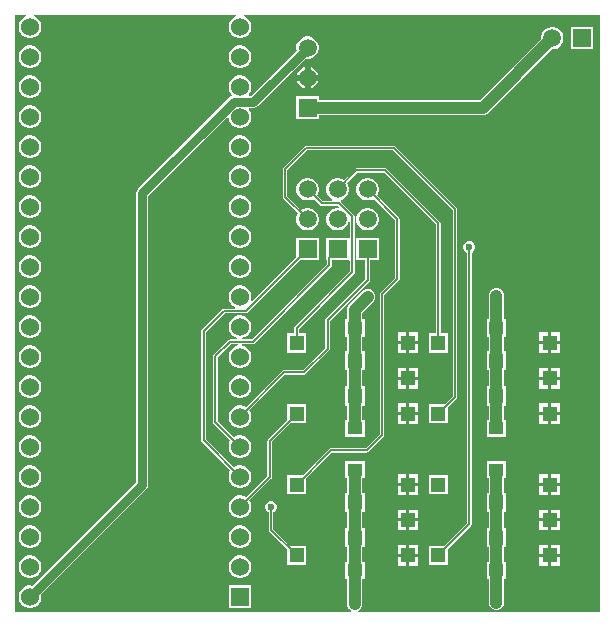
<source format=gtl>
G04*
G04 #@! TF.GenerationSoftware,Altium Limited,Altium Designer,21.5.1 (32)*
G04*
G04 Layer_Physical_Order=1*
G04 Layer_Color=255*
%FSLAX44Y44*%
%MOMM*%
G71*
G04*
G04 #@! TF.SameCoordinates,0903D884-DAF8-42DF-BE81-14F24C034F1F*
G04*
G04*
G04 #@! TF.FilePolarity,Positive*
G04*
G01*
G75*
%ADD13R,1.2500X1.0500*%
%ADD14R,1.2500X1.2500*%
%ADD22C,1.0160*%
%ADD23C,0.1270*%
%ADD24C,0.7620*%
%ADD25R,1.5000X1.5000*%
%ADD26C,1.5000*%
%ADD27C,1.5240*%
%ADD28R,1.5240X1.5240*%
%ADD29R,1.5000X1.5000*%
%ADD30C,0.6000*%
G36*
X497961Y2039D02*
X293107D01*
X292854Y3309D01*
X293202Y3453D01*
X294529Y4471D01*
X295547Y5798D01*
X296187Y7342D01*
X296405Y9000D01*
Y30250D01*
X298250D01*
Y44750D01*
X296405D01*
Y56750D01*
X298250D01*
Y73250D01*
X296405D01*
Y86750D01*
X298250D01*
Y103250D01*
X296405D01*
Y115250D01*
X298250D01*
Y129750D01*
X281750D01*
Y115250D01*
X283595D01*
Y103250D01*
X281750D01*
Y86750D01*
X283595D01*
Y73250D01*
X281750D01*
Y56750D01*
X283595D01*
Y44750D01*
X281750D01*
Y30250D01*
X283595D01*
Y9000D01*
X283813Y7342D01*
X284453Y5798D01*
X285471Y4471D01*
X286798Y3453D01*
X287146Y3309D01*
X286893Y2039D01*
X2039D01*
Y507961D01*
X11592D01*
X11759Y506691D01*
X11287Y506564D01*
X9093Y505298D01*
X7302Y503507D01*
X6036Y501313D01*
X5380Y498867D01*
Y496334D01*
X6036Y493887D01*
X7302Y491693D01*
X9093Y489902D01*
X11287Y488636D01*
X13734Y487980D01*
X16266D01*
X18713Y488636D01*
X20907Y489902D01*
X22698Y491693D01*
X23964Y493887D01*
X24620Y496334D01*
Y498867D01*
X23964Y501313D01*
X22698Y503507D01*
X20907Y505298D01*
X18713Y506564D01*
X18241Y506691D01*
X18408Y507961D01*
X189392D01*
X189559Y506691D01*
X189087Y506564D01*
X186893Y505298D01*
X185102Y503507D01*
X183836Y501313D01*
X183180Y498867D01*
Y496334D01*
X183836Y493887D01*
X185102Y491693D01*
X186893Y489902D01*
X189087Y488636D01*
X191534Y487980D01*
X194067D01*
X196513Y488636D01*
X198707Y489902D01*
X200498Y491693D01*
X201764Y493887D01*
X202420Y496334D01*
Y498867D01*
X201764Y501313D01*
X200498Y503507D01*
X198707Y505298D01*
X196513Y506564D01*
X196041Y506691D01*
X196208Y507961D01*
X497961D01*
X497961Y2039D01*
D02*
G37*
%LPC*%
G36*
X492100Y497500D02*
X473100D01*
Y478500D01*
X492100D01*
Y497500D01*
D02*
G37*
G36*
X251251Y489500D02*
X248749D01*
X246333Y488853D01*
X244167Y487602D01*
X242398Y485833D01*
X241147Y483667D01*
X240500Y481251D01*
Y478749D01*
X240695Y478020D01*
X201955Y439280D01*
X200544D01*
X200058Y440453D01*
X200498Y440893D01*
X201764Y443087D01*
X202420Y445533D01*
Y448066D01*
X201764Y450513D01*
X200498Y452707D01*
X198707Y454498D01*
X196513Y455764D01*
X194067Y456420D01*
X191534D01*
X189087Y455764D01*
X186893Y454498D01*
X185102Y452707D01*
X183836Y450513D01*
X183180Y448066D01*
Y445533D01*
X183836Y443087D01*
X185102Y440893D01*
X185919Y440076D01*
X185742Y439496D01*
X185411Y438788D01*
X183877Y437762D01*
X106337Y360223D01*
X105215Y358543D01*
X104820Y356561D01*
Y112145D01*
X17078Y24403D01*
X16266Y24620D01*
X13734D01*
X11287Y23964D01*
X9093Y22698D01*
X7302Y20907D01*
X6036Y18713D01*
X5380Y16266D01*
Y13734D01*
X6036Y11287D01*
X7302Y9093D01*
X9093Y7302D01*
X11287Y6036D01*
X13734Y5380D01*
X16266D01*
X18713Y6036D01*
X20907Y7302D01*
X22698Y9093D01*
X23964Y11287D01*
X24620Y13734D01*
Y16266D01*
X24403Y17078D01*
X113663Y106337D01*
X114785Y108018D01*
X115180Y110000D01*
Y354415D01*
X182007Y421242D01*
X183180Y420756D01*
Y420134D01*
X183836Y417687D01*
X185102Y415493D01*
X186893Y413702D01*
X189087Y412436D01*
X191534Y411780D01*
X194067D01*
X196513Y412436D01*
X198707Y413702D01*
X200498Y415493D01*
X201764Y417687D01*
X202420Y420134D01*
Y422667D01*
X201764Y425113D01*
X200498Y427307D01*
X200058Y427747D01*
X200544Y428921D01*
X204100D01*
X206082Y429315D01*
X207763Y430438D01*
X248020Y470695D01*
X248749Y470500D01*
X251251D01*
X253667Y471147D01*
X255833Y472398D01*
X257602Y474167D01*
X258853Y476333D01*
X259500Y478749D01*
Y481251D01*
X258853Y483667D01*
X257602Y485833D01*
X255833Y487602D01*
X253667Y488853D01*
X251251Y489500D01*
D02*
G37*
G36*
X194067Y481820D02*
X191534D01*
X189087Y481164D01*
X186893Y479898D01*
X185102Y478107D01*
X183836Y475913D01*
X183180Y473466D01*
Y470933D01*
X183836Y468487D01*
X185102Y466293D01*
X186893Y464502D01*
X189087Y463236D01*
X191534Y462580D01*
X194067D01*
X196513Y463236D01*
X198707Y464502D01*
X200498Y466293D01*
X201764Y468487D01*
X202420Y470933D01*
Y473466D01*
X201764Y475913D01*
X200498Y478107D01*
X198707Y479898D01*
X196513Y481164D01*
X194067Y481820D01*
D02*
G37*
G36*
X16266D02*
X13734D01*
X11287Y481164D01*
X9093Y479898D01*
X7302Y478107D01*
X6036Y475913D01*
X5380Y473466D01*
Y470933D01*
X6036Y468487D01*
X7302Y466293D01*
X9093Y464502D01*
X11287Y463236D01*
X13734Y462580D01*
X16266D01*
X18713Y463236D01*
X20907Y464502D01*
X22698Y466293D01*
X23964Y468487D01*
X24620Y470933D01*
Y473466D01*
X23964Y475913D01*
X22698Y478107D01*
X20907Y479898D01*
X18713Y481164D01*
X16266Y481820D01*
D02*
G37*
G36*
X252540Y463755D02*
Y457140D01*
X259154D01*
X258853Y458267D01*
X257602Y460433D01*
X255833Y462202D01*
X253667Y463453D01*
X252540Y463755D01*
D02*
G37*
G36*
X247460D02*
X246333Y463453D01*
X244167Y462202D01*
X242398Y460433D01*
X241147Y458267D01*
X240846Y457140D01*
X247460D01*
Y463755D01*
D02*
G37*
G36*
X259154Y452060D02*
X252540D01*
Y445446D01*
X253667Y445747D01*
X255833Y446998D01*
X257602Y448767D01*
X258853Y450933D01*
X259154Y452060D01*
D02*
G37*
G36*
X247460D02*
X240846D01*
X241147Y450933D01*
X242398Y448767D01*
X244167Y446998D01*
X246333Y445747D01*
X247460Y445446D01*
Y452060D01*
D02*
G37*
G36*
X16266Y456420D02*
X13734D01*
X11287Y455764D01*
X9093Y454498D01*
X7302Y452707D01*
X6036Y450513D01*
X5380Y448066D01*
Y445533D01*
X6036Y443087D01*
X7302Y440893D01*
X9093Y439102D01*
X11287Y437836D01*
X13734Y437180D01*
X16266D01*
X18713Y437836D01*
X20907Y439102D01*
X22698Y440893D01*
X23964Y443087D01*
X24620Y445533D01*
Y448066D01*
X23964Y450513D01*
X22698Y452707D01*
X20907Y454498D01*
X18713Y455764D01*
X16266Y456420D01*
D02*
G37*
G36*
X458451Y497500D02*
X455949D01*
X453533Y496853D01*
X451367Y495602D01*
X449598Y493833D01*
X448347Y491667D01*
X447700Y489251D01*
Y487558D01*
X395747Y435605D01*
X259500D01*
Y438700D01*
X240500D01*
Y419700D01*
X259500D01*
Y422795D01*
X398400D01*
X400058Y423013D01*
X401602Y423653D01*
X402929Y424671D01*
X456758Y478500D01*
X458451D01*
X460867Y479147D01*
X463033Y480398D01*
X464802Y482167D01*
X466053Y484333D01*
X466700Y486749D01*
Y489251D01*
X466053Y491667D01*
X464802Y493833D01*
X463033Y495602D01*
X460867Y496853D01*
X458451Y497500D01*
D02*
G37*
G36*
X16266Y431020D02*
X13734D01*
X11287Y430364D01*
X9093Y429098D01*
X7302Y427307D01*
X6036Y425113D01*
X5380Y422667D01*
Y420134D01*
X6036Y417687D01*
X7302Y415493D01*
X9093Y413702D01*
X11287Y412436D01*
X13734Y411780D01*
X16266D01*
X18713Y412436D01*
X20907Y413702D01*
X22698Y415493D01*
X23964Y417687D01*
X24620Y420134D01*
Y422667D01*
X23964Y425113D01*
X22698Y427307D01*
X20907Y429098D01*
X18713Y430364D01*
X16266Y431020D01*
D02*
G37*
G36*
X194067Y405620D02*
X191534D01*
X189087Y404964D01*
X186893Y403698D01*
X185102Y401907D01*
X183836Y399713D01*
X183180Y397267D01*
Y394734D01*
X183836Y392287D01*
X185102Y390093D01*
X186893Y388302D01*
X189087Y387036D01*
X191534Y386380D01*
X194067D01*
X196513Y387036D01*
X198707Y388302D01*
X200498Y390093D01*
X201764Y392287D01*
X202420Y394734D01*
Y397267D01*
X201764Y399713D01*
X200498Y401907D01*
X198707Y403698D01*
X196513Y404964D01*
X194067Y405620D01*
D02*
G37*
G36*
X16266Y405620D02*
X13734D01*
X11287Y404964D01*
X9093Y403698D01*
X7302Y401907D01*
X6036Y399713D01*
X5380Y397267D01*
Y394734D01*
X6036Y392287D01*
X7302Y390093D01*
X9093Y388302D01*
X11287Y387036D01*
X13734Y386380D01*
X16266D01*
X18713Y387036D01*
X20907Y388302D01*
X22698Y390093D01*
X23964Y392287D01*
X24620Y394734D01*
Y397267D01*
X23964Y399713D01*
X22698Y401907D01*
X20907Y403698D01*
X18713Y404964D01*
X16266Y405620D01*
D02*
G37*
G36*
Y380220D02*
X13734D01*
X11287Y379564D01*
X9093Y378298D01*
X7302Y376507D01*
X6036Y374313D01*
X5380Y371866D01*
Y369333D01*
X6036Y366887D01*
X7302Y364693D01*
X9093Y362902D01*
X11287Y361636D01*
X13734Y360980D01*
X16266D01*
X18713Y361636D01*
X20907Y362902D01*
X22698Y364693D01*
X23964Y366887D01*
X24620Y369333D01*
Y371866D01*
X23964Y374313D01*
X22698Y376507D01*
X20907Y378298D01*
X18713Y379564D01*
X16266Y380220D01*
D02*
G37*
G36*
X194067Y380220D02*
X191534D01*
X189087Y379564D01*
X186893Y378298D01*
X185102Y376507D01*
X183836Y374313D01*
X183180Y371866D01*
Y369333D01*
X183836Y366887D01*
X185102Y364693D01*
X186893Y362902D01*
X189087Y361636D01*
X191534Y360980D01*
X194067D01*
X196513Y361636D01*
X198707Y362902D01*
X200498Y364693D01*
X201764Y366887D01*
X202420Y369333D01*
Y371866D01*
X201764Y374313D01*
X200498Y376507D01*
X198707Y378298D01*
X196513Y379564D01*
X194067Y380220D01*
D02*
G37*
G36*
Y354820D02*
X191534D01*
X189087Y354164D01*
X186893Y352898D01*
X185102Y351107D01*
X183836Y348913D01*
X183180Y346466D01*
Y343933D01*
X183836Y341487D01*
X185102Y339293D01*
X186893Y337502D01*
X189087Y336236D01*
X191534Y335580D01*
X194067D01*
X196513Y336236D01*
X198707Y337502D01*
X200498Y339293D01*
X201764Y341487D01*
X202420Y343933D01*
Y346466D01*
X201764Y348913D01*
X200498Y351107D01*
X198707Y352898D01*
X196513Y354164D01*
X194067Y354820D01*
D02*
G37*
G36*
X16266D02*
X13734D01*
X11287Y354164D01*
X9093Y352898D01*
X7302Y351107D01*
X6036Y348913D01*
X5380Y346466D01*
Y343933D01*
X6036Y341487D01*
X7302Y339293D01*
X9093Y337502D01*
X11287Y336236D01*
X13734Y335580D01*
X16266D01*
X18713Y336236D01*
X20907Y337502D01*
X22698Y339293D01*
X23964Y341487D01*
X24620Y343933D01*
Y346466D01*
X23964Y348913D01*
X22698Y351107D01*
X20907Y352898D01*
X18713Y354164D01*
X16266Y354820D01*
D02*
G37*
G36*
X302051Y344100D02*
X299549D01*
X297133Y343453D01*
X294967Y342202D01*
X293198Y340433D01*
X291947Y338267D01*
X291300Y335851D01*
Y333349D01*
X291947Y330933D01*
X293198Y328767D01*
X294967Y326998D01*
X297133Y325747D01*
X299549Y325100D01*
X302051D01*
X304467Y325747D01*
X306633Y326998D01*
X308402Y328767D01*
X309653Y330933D01*
X310300Y333349D01*
Y335851D01*
X309653Y338267D01*
X308402Y340433D01*
X306633Y342202D01*
X304467Y343453D01*
X302051Y344100D01*
D02*
G37*
G36*
X194067Y329420D02*
X191534D01*
X189087Y328764D01*
X186893Y327498D01*
X185102Y325707D01*
X183836Y323513D01*
X183180Y321067D01*
Y318533D01*
X183836Y316087D01*
X185102Y313893D01*
X186893Y312102D01*
X189087Y310836D01*
X191534Y310180D01*
X194067D01*
X196513Y310836D01*
X198707Y312102D01*
X200498Y313893D01*
X201764Y316087D01*
X202420Y318533D01*
Y321067D01*
X201764Y323513D01*
X200498Y325707D01*
X198707Y327498D01*
X196513Y328764D01*
X194067Y329420D01*
D02*
G37*
G36*
X16266Y329420D02*
X13734D01*
X11287Y328764D01*
X9093Y327498D01*
X7302Y325707D01*
X6036Y323513D01*
X5380Y321067D01*
Y318533D01*
X6036Y316087D01*
X7302Y313893D01*
X9093Y312102D01*
X11287Y310836D01*
X13734Y310180D01*
X16266D01*
X18713Y310836D01*
X20907Y312102D01*
X22698Y313893D01*
X23964Y316087D01*
X24620Y318533D01*
Y321067D01*
X23964Y323513D01*
X22698Y325707D01*
X20907Y327498D01*
X18713Y328764D01*
X16266Y329420D01*
D02*
G37*
G36*
X194067Y304020D02*
X191534D01*
X189087Y303364D01*
X186893Y302098D01*
X185102Y300307D01*
X183836Y298113D01*
X183180Y295667D01*
Y293134D01*
X183836Y290687D01*
X185102Y288493D01*
X186893Y286702D01*
X189087Y285436D01*
X191534Y284780D01*
X194067D01*
X196513Y285436D01*
X198707Y286702D01*
X200498Y288493D01*
X201764Y290687D01*
X202420Y293134D01*
Y295667D01*
X201764Y298113D01*
X200498Y300307D01*
X198707Y302098D01*
X196513Y303364D01*
X194067Y304020D01*
D02*
G37*
G36*
X16266D02*
X13734D01*
X11287Y303364D01*
X9093Y302098D01*
X7302Y300307D01*
X6036Y298113D01*
X5380Y295667D01*
Y293134D01*
X6036Y290687D01*
X7302Y288493D01*
X9093Y286702D01*
X11287Y285436D01*
X13734Y284780D01*
X16266D01*
X18713Y285436D01*
X20907Y286702D01*
X22698Y288493D01*
X23964Y290687D01*
X24620Y293134D01*
Y295667D01*
X23964Y298113D01*
X22698Y300307D01*
X20907Y302098D01*
X18713Y303364D01*
X16266Y304020D01*
D02*
G37*
G36*
X259500Y318700D02*
X240500D01*
Y302447D01*
X202925Y264872D01*
X201845Y265588D01*
X202420Y267733D01*
Y270266D01*
X201764Y272713D01*
X200498Y274907D01*
X198707Y276698D01*
X196513Y277964D01*
X194067Y278620D01*
X191534D01*
X189087Y277964D01*
X186893Y276698D01*
X185102Y274907D01*
X183836Y272713D01*
X183180Y270266D01*
Y267733D01*
X183836Y265287D01*
X185102Y263093D01*
X186893Y261302D01*
X188781Y260212D01*
X188440Y258942D01*
X179000D01*
X178257Y258794D01*
X177627Y258373D01*
X177626Y258373D01*
X160627Y241373D01*
X160205Y240743D01*
X160058Y240000D01*
Y147400D01*
X160205Y146657D01*
X160627Y146027D01*
X184752Y121901D01*
X183836Y120313D01*
X183180Y117866D01*
Y115333D01*
X183836Y112887D01*
X185102Y110693D01*
X186893Y108902D01*
X189087Y107636D01*
X191534Y106980D01*
X194067D01*
X196513Y107636D01*
X198707Y108902D01*
X200498Y110693D01*
X201764Y112887D01*
X202420Y115333D01*
Y117866D01*
X201764Y120313D01*
X200498Y122507D01*
X198707Y124298D01*
X196513Y125564D01*
X194067Y126220D01*
X191534D01*
X189087Y125564D01*
X187499Y124648D01*
X163942Y148204D01*
Y239195D01*
X179804Y255058D01*
X197800D01*
X198543Y255205D01*
X199173Y255627D01*
X243247Y299700D01*
X259500D01*
Y318700D01*
D02*
G37*
G36*
X16266Y278620D02*
X13734D01*
X11287Y277964D01*
X9093Y276698D01*
X7302Y274907D01*
X6036Y272713D01*
X5380Y270266D01*
Y267733D01*
X6036Y265287D01*
X7302Y263093D01*
X9093Y261302D01*
X11287Y260036D01*
X13734Y259380D01*
X16266D01*
X18713Y260036D01*
X20907Y261302D01*
X22698Y263093D01*
X23964Y265287D01*
X24620Y267733D01*
Y270266D01*
X23964Y272713D01*
X22698Y274907D01*
X20907Y276698D01*
X18713Y277964D01*
X16266Y278620D01*
D02*
G37*
G36*
X16266Y253220D02*
X13734D01*
X11287Y252564D01*
X9093Y251298D01*
X7302Y249507D01*
X6036Y247313D01*
X5380Y244867D01*
Y242334D01*
X6036Y239887D01*
X7302Y237693D01*
X9093Y235902D01*
X11287Y234636D01*
X13734Y233980D01*
X16266D01*
X18713Y234636D01*
X20907Y235902D01*
X22698Y237693D01*
X23964Y239887D01*
X24620Y242334D01*
Y244867D01*
X23964Y247313D01*
X22698Y249507D01*
X20907Y251298D01*
X18713Y252564D01*
X16266Y253220D01*
D02*
G37*
G36*
X463790Y238790D02*
X456270D01*
Y231270D01*
X463790D01*
Y238790D01*
D02*
G37*
G36*
X453730D02*
X446210D01*
Y231270D01*
X453730D01*
Y238790D01*
D02*
G37*
G36*
X343790D02*
X336270D01*
Y231270D01*
X343790D01*
Y238790D01*
D02*
G37*
G36*
X333730D02*
X326210D01*
Y231270D01*
X333730D01*
Y238790D01*
D02*
G37*
G36*
X316000Y377942D02*
X291400D01*
X290657Y377794D01*
X290027Y377373D01*
X280613Y367960D01*
X279067Y368853D01*
X276651Y369500D01*
X274149D01*
X271733Y368853D01*
X269567Y367602D01*
X267798Y365833D01*
X266547Y363667D01*
X265900Y361251D01*
Y358749D01*
X266547Y356333D01*
X267798Y354167D01*
X269567Y352398D01*
X270612Y351795D01*
X271049Y350104D01*
X270953Y349942D01*
X262805D01*
X257960Y354787D01*
X258853Y356333D01*
X259500Y358749D01*
Y361251D01*
X258853Y363667D01*
X257602Y365833D01*
X255833Y367602D01*
X253667Y368853D01*
X251251Y369500D01*
X248749D01*
X246333Y368853D01*
X244167Y367602D01*
X242398Y365833D01*
X241147Y363667D01*
X240500Y361251D01*
Y358749D01*
X241147Y356333D01*
X242398Y354167D01*
X244167Y352398D01*
X246333Y351147D01*
X248749Y350500D01*
X251251D01*
X253667Y351147D01*
X255213Y352040D01*
X260627Y346627D01*
X260627Y346627D01*
X261257Y346205D01*
X262000Y346058D01*
X276196D01*
X277048Y345206D01*
X276357Y344100D01*
X274149D01*
X271733Y343453D01*
X269567Y342202D01*
X267798Y340433D01*
X266547Y338267D01*
X265900Y335851D01*
Y333349D01*
X266547Y330933D01*
X267798Y328767D01*
X269567Y326998D01*
X271733Y325747D01*
X274149Y325100D01*
X276651D01*
X279067Y325747D01*
X281233Y326998D01*
X283002Y328767D01*
X284253Y330933D01*
X284788Y332930D01*
X286058Y332763D01*
Y318971D01*
X284900Y318700D01*
X284788Y318700D01*
X265900D01*
Y299700D01*
X266593D01*
Y296339D01*
X203195Y232942D01*
X195101D01*
X194933Y234212D01*
X196513Y234636D01*
X198707Y235902D01*
X200498Y237693D01*
X201764Y239887D01*
X202420Y242334D01*
Y244867D01*
X201764Y247313D01*
X200498Y249507D01*
X198707Y251298D01*
X196513Y252564D01*
X194067Y253220D01*
X191534D01*
X189087Y252564D01*
X186893Y251298D01*
X185102Y249507D01*
X183836Y247313D01*
X183180Y244867D01*
Y242334D01*
X183836Y239887D01*
X185102Y237693D01*
X186893Y235902D01*
X189087Y234636D01*
X190667Y234212D01*
X190499Y232942D01*
X184000D01*
X183257Y232794D01*
X182627Y232373D01*
X170627Y220373D01*
X170206Y219743D01*
X170058Y219000D01*
Y162800D01*
X170206Y162057D01*
X170627Y161427D01*
X184752Y147301D01*
X183836Y145713D01*
X183180Y143266D01*
Y140733D01*
X183836Y138287D01*
X185102Y136093D01*
X186893Y134302D01*
X189087Y133036D01*
X191534Y132380D01*
X194067D01*
X196513Y133036D01*
X198707Y134302D01*
X200498Y136093D01*
X201764Y138287D01*
X202420Y140733D01*
Y143266D01*
X201764Y145713D01*
X200498Y147907D01*
X198707Y149698D01*
X196513Y150964D01*
X194067Y151620D01*
X191534D01*
X189087Y150964D01*
X187499Y150048D01*
X173942Y163605D01*
Y218195D01*
X184804Y229058D01*
X191455D01*
X191534Y227820D01*
X189087Y227164D01*
X186893Y225898D01*
X185102Y224107D01*
X183836Y221913D01*
X183180Y219466D01*
Y216933D01*
X183836Y214487D01*
X185102Y212293D01*
X186893Y210502D01*
X189087Y209236D01*
X191534Y208580D01*
X194067D01*
X196513Y209236D01*
X198707Y210502D01*
X200498Y212293D01*
X201764Y214487D01*
X202420Y216933D01*
Y219466D01*
X201764Y221913D01*
X200498Y224107D01*
X198707Y225898D01*
X196513Y227164D01*
X194067Y227820D01*
X194144Y229058D01*
X204000D01*
X204743Y229205D01*
X205373Y229627D01*
X269908Y294162D01*
X270329Y294792D01*
X270477Y295535D01*
Y299700D01*
X284788D01*
X284900Y299700D01*
X286058Y299429D01*
Y290805D01*
X239377Y244123D01*
X238955Y243493D01*
X238808Y242750D01*
Y238250D01*
X232500D01*
Y221750D01*
X249000D01*
Y238250D01*
X242692D01*
Y241945D01*
X289373Y288626D01*
X289373Y288627D01*
X289795Y289257D01*
X289942Y290000D01*
Y337000D01*
X289795Y337743D01*
X289373Y338373D01*
X278373Y349373D01*
X278081Y349569D01*
X278164Y350861D01*
X278184Y350911D01*
X279067Y351147D01*
X281233Y352398D01*
X283002Y354167D01*
X284253Y356333D01*
X284900Y358749D01*
Y361251D01*
X284253Y363667D01*
X283360Y365213D01*
X292205Y374058D01*
X315195D01*
X358808Y330446D01*
Y238250D01*
X352500D01*
Y221750D01*
X369000D01*
Y238250D01*
X362692D01*
Y331250D01*
X362544Y331993D01*
X362123Y332623D01*
X317373Y377373D01*
X316743Y377794D01*
X316000Y377942D01*
D02*
G37*
G36*
X463790Y228730D02*
X456270D01*
Y221210D01*
X463790D01*
Y228730D01*
D02*
G37*
G36*
X453730D02*
X446210D01*
Y221210D01*
X453730D01*
Y228730D01*
D02*
G37*
G36*
X343790D02*
X336270D01*
Y221210D01*
X343790D01*
Y228730D01*
D02*
G37*
G36*
X333730D02*
X326210D01*
Y221210D01*
X333730D01*
Y228730D01*
D02*
G37*
G36*
X16266Y227820D02*
X13734D01*
X11287Y227164D01*
X9093Y225898D01*
X7302Y224107D01*
X6036Y221913D01*
X5380Y219466D01*
Y216933D01*
X6036Y214487D01*
X7302Y212293D01*
X9093Y210502D01*
X11287Y209236D01*
X13734Y208580D01*
X16266D01*
X18713Y209236D01*
X20907Y210502D01*
X22698Y212293D01*
X23964Y214487D01*
X24620Y216933D01*
Y219466D01*
X23964Y221913D01*
X22698Y224107D01*
X20907Y225898D01*
X18713Y227164D01*
X16266Y227820D01*
D02*
G37*
G36*
X310300Y318700D02*
X291300D01*
Y299700D01*
X298858D01*
Y283605D01*
X265627Y250373D01*
X265205Y249743D01*
X265058Y249000D01*
Y225805D01*
X246195Y206942D01*
X230400D01*
X230400Y206942D01*
X229657Y206794D01*
X229027Y206373D01*
X229027Y206373D01*
X198101Y175448D01*
X196513Y176364D01*
X194067Y177020D01*
X191534D01*
X189087Y176364D01*
X186893Y175098D01*
X185102Y173307D01*
X183836Y171113D01*
X183180Y168666D01*
Y166133D01*
X183836Y163687D01*
X185102Y161493D01*
X186893Y159702D01*
X189087Y158436D01*
X191534Y157780D01*
X194067D01*
X196513Y158436D01*
X198707Y159702D01*
X200498Y161493D01*
X201764Y163687D01*
X202420Y166133D01*
Y168666D01*
X201764Y171113D01*
X200848Y172701D01*
X231204Y203058D01*
X247000D01*
X247743Y203206D01*
X248373Y203627D01*
X268373Y223626D01*
X268373Y223627D01*
X268794Y224257D01*
X268942Y225000D01*
X268942Y225000D01*
Y248195D01*
X302173Y281427D01*
X302595Y282057D01*
X302742Y282800D01*
X302742Y282800D01*
Y299700D01*
X310300D01*
Y318700D01*
D02*
G37*
G36*
X463790Y208790D02*
X456270D01*
Y201270D01*
X463790D01*
Y208790D01*
D02*
G37*
G36*
X453730D02*
X446210D01*
Y201270D01*
X453730D01*
Y208790D01*
D02*
G37*
G36*
X343790D02*
X336270D01*
Y201270D01*
X343790D01*
Y208790D01*
D02*
G37*
G36*
X333730D02*
X326210D01*
Y201270D01*
X333730D01*
Y208790D01*
D02*
G37*
G36*
X463790Y198730D02*
X456270D01*
Y191210D01*
X463790D01*
Y198730D01*
D02*
G37*
G36*
X453730D02*
X446210D01*
Y191210D01*
X453730D01*
Y198730D01*
D02*
G37*
G36*
X343790D02*
X336270D01*
Y191210D01*
X343790D01*
Y198730D01*
D02*
G37*
G36*
X333730D02*
X326210D01*
Y191210D01*
X333730D01*
Y198730D01*
D02*
G37*
G36*
X194067Y202420D02*
X191534D01*
X189087Y201764D01*
X186893Y200498D01*
X185102Y198707D01*
X183836Y196513D01*
X183180Y194067D01*
Y191534D01*
X183836Y189087D01*
X185102Y186893D01*
X186893Y185102D01*
X189087Y183836D01*
X191534Y183180D01*
X194067D01*
X196513Y183836D01*
X198707Y185102D01*
X200498Y186893D01*
X201764Y189087D01*
X202420Y191534D01*
Y194067D01*
X201764Y196513D01*
X200498Y198707D01*
X198707Y200498D01*
X196513Y201764D01*
X194067Y202420D01*
D02*
G37*
G36*
X16266Y202420D02*
X13734D01*
X11287Y201764D01*
X9093Y200498D01*
X7302Y198707D01*
X6036Y196513D01*
X5380Y194067D01*
Y191534D01*
X6036Y189087D01*
X7302Y186893D01*
X9093Y185102D01*
X11287Y183836D01*
X13734Y183180D01*
X16266D01*
X18713Y183836D01*
X20907Y185102D01*
X22698Y186893D01*
X23964Y189087D01*
X24620Y191534D01*
Y194067D01*
X23964Y196513D01*
X22698Y198707D01*
X20907Y200498D01*
X18713Y201764D01*
X16266Y202420D01*
D02*
G37*
G36*
X463790Y178790D02*
X456270D01*
Y171270D01*
X463790D01*
Y178790D01*
D02*
G37*
G36*
X453730D02*
X446210D01*
Y171270D01*
X453730D01*
Y178790D01*
D02*
G37*
G36*
X343790D02*
X336270D01*
Y171270D01*
X343790D01*
Y178790D01*
D02*
G37*
G36*
X333730D02*
X326210D01*
Y171270D01*
X333730D01*
Y178790D01*
D02*
G37*
G36*
X323000Y396942D02*
X249000D01*
X248257Y396795D01*
X247627Y396373D01*
X229627Y378373D01*
X229205Y377743D01*
X229058Y377000D01*
Y353600D01*
X229205Y352857D01*
X229627Y352227D01*
X242040Y339813D01*
X241147Y338267D01*
X240500Y335851D01*
Y333349D01*
X241147Y330933D01*
X242398Y328767D01*
X244167Y326998D01*
X246333Y325747D01*
X248749Y325100D01*
X251251D01*
X253667Y325747D01*
X255833Y326998D01*
X257602Y328767D01*
X258853Y330933D01*
X259500Y333349D01*
Y335851D01*
X258853Y338267D01*
X257602Y340433D01*
X255833Y342202D01*
X253667Y343453D01*
X251251Y344100D01*
X248749D01*
X246333Y343453D01*
X244787Y342560D01*
X232942Y354404D01*
Y376195D01*
X249804Y393058D01*
X322196D01*
X373058Y342196D01*
Y185055D01*
X366253Y178250D01*
X352500D01*
Y161750D01*
X369000D01*
Y175503D01*
X376373Y182877D01*
X376795Y183507D01*
X376942Y184250D01*
Y343000D01*
X376795Y343743D01*
X376373Y344373D01*
X324373Y396373D01*
X323743Y396795D01*
X323000Y396942D01*
D02*
G37*
G36*
X463790Y168730D02*
X456270D01*
Y161210D01*
X463790D01*
Y168730D01*
D02*
G37*
G36*
X453730D02*
X446210D01*
Y161210D01*
X453730D01*
Y168730D01*
D02*
G37*
G36*
X343790D02*
X336270D01*
Y161210D01*
X343790D01*
Y168730D01*
D02*
G37*
G36*
X333730D02*
X326210D01*
Y161210D01*
X333730D01*
Y168730D01*
D02*
G37*
G36*
X16266Y177020D02*
X13734D01*
X11287Y176364D01*
X9093Y175098D01*
X7302Y173307D01*
X6036Y171113D01*
X5380Y168666D01*
Y166133D01*
X6036Y163687D01*
X7302Y161493D01*
X9093Y159702D01*
X11287Y158436D01*
X13734Y157780D01*
X16266D01*
X18713Y158436D01*
X20907Y159702D01*
X22698Y161493D01*
X23964Y163687D01*
X24620Y166133D01*
Y168666D01*
X23964Y171113D01*
X22698Y173307D01*
X20907Y175098D01*
X18713Y176364D01*
X16266Y177020D01*
D02*
G37*
G36*
X410000Y276405D02*
X408342Y276187D01*
X406798Y275547D01*
X405471Y274529D01*
X404453Y273202D01*
X403813Y271658D01*
X403595Y270000D01*
Y249750D01*
X401750D01*
Y235250D01*
X403595D01*
Y223250D01*
X401750D01*
Y206750D01*
X403595D01*
Y193250D01*
X401750D01*
Y176750D01*
X403595D01*
Y164750D01*
X401750D01*
Y150250D01*
X418250D01*
Y164750D01*
X416405D01*
Y176750D01*
X418250D01*
Y193250D01*
X416405D01*
Y206750D01*
X418250D01*
Y223250D01*
X416405D01*
Y235250D01*
X418250D01*
Y249750D01*
X416405D01*
Y270000D01*
X416186Y271658D01*
X415547Y273202D01*
X414529Y274529D01*
X413202Y275547D01*
X411658Y276187D01*
X410000Y276405D01*
D02*
G37*
G36*
X301000Y275405D02*
X299342Y275187D01*
X297798Y274547D01*
X296471Y273529D01*
X285471Y262529D01*
X284453Y261202D01*
X283813Y259658D01*
X283595Y258000D01*
Y249750D01*
X281750D01*
Y235250D01*
X283595D01*
Y223250D01*
X281750D01*
Y206750D01*
X283595D01*
Y193250D01*
X281750D01*
Y176750D01*
X283595D01*
Y164750D01*
X281750D01*
Y150250D01*
X298250D01*
Y164750D01*
X296405D01*
Y176750D01*
X298250D01*
Y193250D01*
X296405D01*
Y206750D01*
X298250D01*
Y223250D01*
X296405D01*
Y235250D01*
X298250D01*
Y249750D01*
X296405D01*
Y255347D01*
X305529Y264471D01*
X306547Y265798D01*
X307187Y267342D01*
X307405Y269000D01*
X307187Y270658D01*
X306547Y272202D01*
X305529Y273529D01*
X304202Y274547D01*
X302658Y275187D01*
X301000Y275405D01*
D02*
G37*
G36*
X16266Y151620D02*
X13734D01*
X11287Y150964D01*
X9093Y149698D01*
X7302Y147907D01*
X6036Y145713D01*
X5380Y143266D01*
Y140733D01*
X6036Y138287D01*
X7302Y136093D01*
X9093Y134302D01*
X11287Y133036D01*
X13734Y132380D01*
X16266D01*
X18713Y133036D01*
X20907Y134302D01*
X22698Y136093D01*
X23964Y138287D01*
X24620Y140733D01*
Y143266D01*
X23964Y145713D01*
X22698Y147907D01*
X20907Y149698D01*
X18713Y150964D01*
X16266Y151620D01*
D02*
G37*
G36*
X463790Y118790D02*
X456270D01*
Y111270D01*
X463790D01*
Y118790D01*
D02*
G37*
G36*
X453730D02*
X446210D01*
Y111270D01*
X453730D01*
Y118790D01*
D02*
G37*
G36*
X343790D02*
X336270D01*
Y111270D01*
X343790D01*
Y118790D01*
D02*
G37*
G36*
X333730D02*
X326210D01*
Y111270D01*
X333730D01*
Y118790D01*
D02*
G37*
G36*
X16266Y126220D02*
X13734D01*
X11287Y125564D01*
X9093Y124298D01*
X7302Y122507D01*
X6036Y120313D01*
X5380Y117866D01*
Y115333D01*
X6036Y112887D01*
X7302Y110693D01*
X9093Y108902D01*
X11287Y107636D01*
X13734Y106980D01*
X16266D01*
X18713Y107636D01*
X20907Y108902D01*
X22698Y110693D01*
X23964Y112887D01*
X24620Y115333D01*
Y117866D01*
X23964Y120313D01*
X22698Y122507D01*
X20907Y124298D01*
X18713Y125564D01*
X16266Y126220D01*
D02*
G37*
G36*
X369000Y118250D02*
X352500D01*
Y101750D01*
X369000D01*
Y118250D01*
D02*
G37*
G36*
X302051Y369500D02*
X299549D01*
X297133Y368853D01*
X294967Y367602D01*
X293198Y365833D01*
X291947Y363667D01*
X291300Y361251D01*
Y358749D01*
X291947Y356333D01*
X293198Y354167D01*
X294967Y352398D01*
X297133Y351147D01*
X299549Y350500D01*
X302051D01*
X304467Y351147D01*
X306013Y352040D01*
X324058Y333995D01*
Y284804D01*
X311627Y272373D01*
X311206Y271743D01*
X311058Y271000D01*
Y152804D01*
X299195Y140942D01*
X269750D01*
X269007Y140794D01*
X268377Y140373D01*
X246253Y118250D01*
X232500D01*
Y101750D01*
X249000D01*
Y115503D01*
X270555Y137058D01*
X300000D01*
X300743Y137205D01*
X301373Y137627D01*
X314373Y150627D01*
X314795Y151257D01*
X314942Y152000D01*
Y270195D01*
X327373Y282627D01*
X327794Y283257D01*
X327942Y284000D01*
Y334800D01*
X327794Y335543D01*
X327373Y336173D01*
X308760Y354787D01*
X309653Y356333D01*
X310300Y358749D01*
Y361251D01*
X309653Y363667D01*
X308402Y365833D01*
X306633Y367602D01*
X304467Y368853D01*
X302051Y369500D01*
D02*
G37*
G36*
X463790Y108730D02*
X456270D01*
Y101210D01*
X463790D01*
Y108730D01*
D02*
G37*
G36*
X453730D02*
X446210D01*
Y101210D01*
X453730D01*
Y108730D01*
D02*
G37*
G36*
X343790D02*
X336270D01*
Y101210D01*
X343790D01*
Y108730D01*
D02*
G37*
G36*
X333730D02*
X326210D01*
Y101210D01*
X333730D01*
Y108730D01*
D02*
G37*
G36*
X249000Y178250D02*
X232500D01*
Y164497D01*
X216627Y148623D01*
X216206Y147993D01*
X216058Y147250D01*
Y117205D01*
X198101Y99248D01*
X196513Y100164D01*
X194067Y100820D01*
X191534D01*
X189087Y100164D01*
X186893Y98898D01*
X185102Y97107D01*
X183836Y94913D01*
X183180Y92466D01*
Y89934D01*
X183836Y87487D01*
X185102Y85293D01*
X186893Y83502D01*
X189087Y82236D01*
X191534Y81580D01*
X194067D01*
X196513Y82236D01*
X198707Y83502D01*
X200498Y85293D01*
X201764Y87487D01*
X202420Y89934D01*
Y92466D01*
X201764Y94913D01*
X200848Y96501D01*
X219373Y115027D01*
X219795Y115657D01*
X219942Y116400D01*
Y146446D01*
X235247Y161750D01*
X249000D01*
Y178250D01*
D02*
G37*
G36*
X16266Y100820D02*
X13734D01*
X11287Y100164D01*
X9093Y98898D01*
X7302Y97107D01*
X6036Y94913D01*
X5380Y92466D01*
Y89934D01*
X6036Y87487D01*
X7302Y85293D01*
X9093Y83502D01*
X11287Y82236D01*
X13734Y81580D01*
X16266D01*
X18713Y82236D01*
X20907Y83502D01*
X22698Y85293D01*
X23964Y87487D01*
X24620Y89934D01*
Y92466D01*
X23964Y94913D01*
X22698Y97107D01*
X20907Y98898D01*
X18713Y100164D01*
X16266Y100820D01*
D02*
G37*
G36*
X463790Y88790D02*
X456270D01*
Y81270D01*
X463790D01*
Y88790D01*
D02*
G37*
G36*
X453730D02*
X446210D01*
Y81270D01*
X453730D01*
Y88790D01*
D02*
G37*
G36*
X343790D02*
X336270D01*
Y81270D01*
X343790D01*
Y88790D01*
D02*
G37*
G36*
X333730D02*
X326210D01*
Y81270D01*
X333730D01*
Y88790D01*
D02*
G37*
G36*
X463790Y78730D02*
X456270D01*
Y71210D01*
X463790D01*
Y78730D01*
D02*
G37*
G36*
X453730D02*
X446210D01*
Y71210D01*
X453730D01*
Y78730D01*
D02*
G37*
G36*
X343790D02*
X336270D01*
Y71210D01*
X343790D01*
Y78730D01*
D02*
G37*
G36*
X333730D02*
X326210D01*
Y71210D01*
X333730D01*
Y78730D01*
D02*
G37*
G36*
X194067Y75420D02*
X191534D01*
X189087Y74764D01*
X186893Y73498D01*
X185102Y71707D01*
X183836Y69513D01*
X183180Y67066D01*
Y64534D01*
X183836Y62087D01*
X185102Y59893D01*
X186893Y58102D01*
X189087Y56836D01*
X191534Y56180D01*
X194067D01*
X196513Y56836D01*
X198707Y58102D01*
X200498Y59893D01*
X201764Y62087D01*
X202420Y64534D01*
Y67066D01*
X201764Y69513D01*
X200498Y71707D01*
X198707Y73498D01*
X196513Y74764D01*
X194067Y75420D01*
D02*
G37*
G36*
X16266D02*
X13734D01*
X11287Y74764D01*
X9093Y73498D01*
X7302Y71707D01*
X6036Y69513D01*
X5380Y67066D01*
Y64534D01*
X6036Y62087D01*
X7302Y59893D01*
X9093Y58102D01*
X11287Y56836D01*
X13734Y56180D01*
X16266D01*
X18713Y56836D01*
X20907Y58102D01*
X22698Y59893D01*
X23964Y62087D01*
X24620Y64534D01*
Y67066D01*
X23964Y69513D01*
X22698Y71707D01*
X20907Y73498D01*
X18713Y74764D01*
X16266Y75420D01*
D02*
G37*
G36*
X463790Y58790D02*
X456270D01*
Y51270D01*
X463790D01*
Y58790D01*
D02*
G37*
G36*
X453730D02*
X446210D01*
Y51270D01*
X453730D01*
Y58790D01*
D02*
G37*
G36*
X343790D02*
X336270D01*
Y51270D01*
X343790D01*
Y58790D01*
D02*
G37*
G36*
X333730D02*
X326210D01*
Y51270D01*
X333730D01*
Y58790D01*
D02*
G37*
G36*
X387995Y316000D02*
X386005D01*
X384168Y315239D01*
X382761Y313832D01*
X382000Y311995D01*
Y310005D01*
X382761Y308168D01*
X384168Y306761D01*
X385058Y306393D01*
Y77055D01*
X366253Y58250D01*
X352500D01*
Y41750D01*
X369000D01*
Y55503D01*
X388373Y74877D01*
X388794Y75507D01*
X388942Y76250D01*
Y306393D01*
X389832Y306761D01*
X391239Y308168D01*
X392000Y310005D01*
Y311995D01*
X391239Y313832D01*
X389832Y315239D01*
X387995Y316000D01*
D02*
G37*
G36*
X219995Y96000D02*
X218005D01*
X216168Y95239D01*
X214761Y93832D01*
X214000Y91995D01*
Y90005D01*
X214761Y88168D01*
X216168Y86761D01*
X217058Y86393D01*
Y71750D01*
X217206Y71007D01*
X217627Y70377D01*
X232500Y55503D01*
Y41750D01*
X249000D01*
Y58250D01*
X235247D01*
X220942Y72554D01*
Y86393D01*
X221832Y86761D01*
X223239Y88168D01*
X224000Y90005D01*
Y91995D01*
X223239Y93832D01*
X221832Y95239D01*
X219995Y96000D01*
D02*
G37*
G36*
X463790Y48730D02*
X456270D01*
Y41210D01*
X463790D01*
Y48730D01*
D02*
G37*
G36*
X453730D02*
X446210D01*
Y41210D01*
X453730D01*
Y48730D01*
D02*
G37*
G36*
X343790D02*
X336270D01*
Y41210D01*
X343790D01*
Y48730D01*
D02*
G37*
G36*
X333730D02*
X326210D01*
Y41210D01*
X333730D01*
Y48730D01*
D02*
G37*
G36*
X194067Y50020D02*
X191534D01*
X189087Y49364D01*
X186893Y48098D01*
X185102Y46307D01*
X183836Y44113D01*
X183180Y41666D01*
Y39134D01*
X183836Y36687D01*
X185102Y34493D01*
X186893Y32702D01*
X189087Y31436D01*
X191534Y30780D01*
X194067D01*
X196513Y31436D01*
X198707Y32702D01*
X200498Y34493D01*
X201764Y36687D01*
X202420Y39134D01*
Y41666D01*
X201764Y44113D01*
X200498Y46307D01*
X198707Y48098D01*
X196513Y49364D01*
X194067Y50020D01*
D02*
G37*
G36*
X16266Y50020D02*
X13734D01*
X11287Y49364D01*
X9093Y48098D01*
X7302Y46307D01*
X6036Y44113D01*
X5380Y41666D01*
Y39134D01*
X6036Y36687D01*
X7302Y34493D01*
X9093Y32702D01*
X11287Y31436D01*
X13734Y30780D01*
X16266D01*
X18713Y31436D01*
X20907Y32702D01*
X22698Y34493D01*
X23964Y36687D01*
X24620Y39134D01*
Y41666D01*
X23964Y44113D01*
X22698Y46307D01*
X20907Y48098D01*
X18713Y49364D01*
X16266Y50020D01*
D02*
G37*
G36*
X202420Y24620D02*
X183180D01*
Y5380D01*
X202420D01*
Y24620D01*
D02*
G37*
G36*
X418250Y129750D02*
X401750D01*
Y115250D01*
X403595D01*
Y103250D01*
X401750D01*
Y86750D01*
X403595D01*
Y73250D01*
X401750D01*
Y56750D01*
X403595D01*
Y44750D01*
X401750D01*
Y30250D01*
X403595D01*
Y10000D01*
X403813Y8342D01*
X404453Y6798D01*
X405471Y5471D01*
X406798Y4453D01*
X408342Y3814D01*
X410000Y3595D01*
X411658Y3814D01*
X413202Y4453D01*
X414529Y5471D01*
X415547Y6798D01*
X416186Y8342D01*
X416405Y10000D01*
Y30250D01*
X418250D01*
Y44750D01*
X416405D01*
Y56750D01*
X418250D01*
Y73250D01*
X416405D01*
Y86750D01*
X418250D01*
Y103250D01*
X416405D01*
Y115250D01*
X418250D01*
Y129750D01*
D02*
G37*
%LPD*%
D13*
X290000Y157500D02*
D03*
Y242500D02*
D03*
X410000Y157500D02*
D03*
Y242500D02*
D03*
X290000Y37500D02*
D03*
Y122500D02*
D03*
X410000Y37500D02*
D03*
Y122500D02*
D03*
D14*
X335000Y230000D02*
D03*
Y170000D02*
D03*
Y200000D02*
D03*
X290000Y185000D02*
D03*
Y215000D02*
D03*
X240750Y230000D02*
D03*
Y170000D02*
D03*
X455000Y230000D02*
D03*
Y170000D02*
D03*
Y200000D02*
D03*
X410000Y185000D02*
D03*
Y215000D02*
D03*
X360750Y230000D02*
D03*
Y170000D02*
D03*
X335000Y110000D02*
D03*
Y50000D02*
D03*
Y80000D02*
D03*
X290000Y65000D02*
D03*
Y95000D02*
D03*
X240750Y110000D02*
D03*
Y50000D02*
D03*
X455000Y110000D02*
D03*
Y50000D02*
D03*
Y80000D02*
D03*
X410000Y65000D02*
D03*
Y95000D02*
D03*
X360750Y110000D02*
D03*
Y50000D02*
D03*
D22*
X410000Y242500D02*
Y270000D01*
X290000Y258000D02*
X301000Y269000D01*
X290000Y242500D02*
Y258000D01*
Y9000D02*
Y37500D01*
X410000Y95000D02*
Y122500D01*
Y65000D02*
Y95000D01*
Y37500D02*
Y65000D01*
Y10000D02*
Y37500D01*
Y215000D02*
Y242500D01*
Y185000D02*
Y215000D01*
Y157500D02*
Y185000D01*
X290000Y215000D02*
Y242500D01*
Y185000D02*
Y215000D01*
Y157500D02*
Y185000D01*
Y95000D02*
Y122500D01*
Y65000D02*
Y95000D01*
Y37500D02*
Y65000D01*
X398400Y429200D02*
X457200Y488000D01*
X250000Y429200D02*
X398400D01*
D23*
X219000Y71750D02*
Y91000D01*
Y71750D02*
X240750Y50000D01*
X387000Y76250D02*
Y311000D01*
X360750Y50000D02*
X387000Y76250D01*
X231000Y353600D02*
Y377000D01*
Y353600D02*
X250000Y334600D01*
X231000Y377000D02*
X249000Y395000D01*
X323000D01*
X375000Y343000D01*
Y184250D02*
Y343000D01*
X360750Y170000D02*
X375000Y184250D01*
X192800Y91200D02*
X218000Y116400D01*
Y147250D01*
X240750Y170000D01*
X326000Y284000D02*
Y334800D01*
X300800Y360000D02*
X326000Y334800D01*
X313000Y271000D02*
X326000Y284000D01*
X313000Y152000D02*
Y271000D01*
X300000Y139000D02*
X313000Y152000D01*
X269750Y139000D02*
X300000D01*
X240750Y110000D02*
X269750Y139000D01*
X250000Y360000D02*
X262000Y348000D01*
X277000D01*
X288000Y337000D01*
Y290000D02*
Y337000D01*
X240750Y242750D02*
X288000Y290000D01*
X240750Y230000D02*
Y242750D01*
X316000Y376000D02*
X360750Y331250D01*
Y230000D02*
Y331250D01*
X291400Y376000D02*
X316000D01*
X275400Y360000D02*
X291400Y376000D01*
X179000Y257000D02*
X197800D01*
X250000Y309200D01*
X162000Y240000D02*
X179000Y257000D01*
X162000Y147400D02*
Y240000D01*
Y147400D02*
X192800Y116600D01*
X268535Y295535D02*
Y302335D01*
X204000Y231000D02*
X268535Y295535D01*
Y302335D02*
X275400Y309200D01*
X184000Y231000D02*
X204000D01*
X172000Y219000D02*
X184000Y231000D01*
X172000Y162800D02*
Y219000D01*
Y162800D02*
X192800Y142000D01*
X300800Y282800D02*
Y309200D01*
X267000Y249000D02*
X300800Y282800D01*
X267000Y225000D02*
Y249000D01*
X247000Y205000D02*
X267000Y225000D01*
X230400Y205000D02*
X247000D01*
X192800Y167400D02*
X230400Y205000D01*
D24*
X110000Y356561D02*
X187540Y434100D01*
X204100Y434100D02*
X250000Y480000D01*
X198060Y434100D02*
X204100D01*
X198060Y434100D02*
X198060Y434100D01*
X187540Y434100D02*
X198060D01*
X110000Y110000D02*
Y356561D01*
X15000Y15000D02*
X110000Y110000D01*
D25*
X250000Y429200D02*
D03*
Y309200D02*
D03*
X275400D02*
D03*
X300800D02*
D03*
D26*
X250000Y454600D02*
D03*
Y480000D02*
D03*
Y334600D02*
D03*
Y360000D02*
D03*
X275400Y334600D02*
D03*
Y360000D02*
D03*
X457200Y488000D02*
D03*
X300800Y334600D02*
D03*
Y360000D02*
D03*
D27*
X15000Y15000D02*
D03*
Y40400D02*
D03*
Y65800D02*
D03*
Y91200D02*
D03*
Y116600D02*
D03*
Y142000D02*
D03*
Y167400D02*
D03*
Y192800D02*
D03*
Y218200D02*
D03*
Y243600D02*
D03*
X15000Y269000D02*
D03*
X15000Y294400D02*
D03*
Y319800D02*
D03*
Y345200D02*
D03*
Y370600D02*
D03*
Y396000D02*
D03*
Y421400D02*
D03*
Y446800D02*
D03*
Y472200D02*
D03*
X15000Y497600D02*
D03*
X192800D02*
D03*
Y472200D02*
D03*
Y446800D02*
D03*
Y421400D02*
D03*
Y396000D02*
D03*
Y370600D02*
D03*
Y345200D02*
D03*
Y319800D02*
D03*
Y294400D02*
D03*
Y269000D02*
D03*
Y243600D02*
D03*
Y218200D02*
D03*
Y192800D02*
D03*
Y167400D02*
D03*
Y142000D02*
D03*
Y116600D02*
D03*
Y91200D02*
D03*
Y65800D02*
D03*
Y40400D02*
D03*
D28*
Y15000D02*
D03*
D29*
X482600Y488000D02*
D03*
D30*
X290000Y15000D02*
D03*
X410000Y16000D02*
D03*
Y264000D02*
D03*
X297000Y265000D02*
D03*
X410000Y270000D02*
D03*
X301000Y269000D02*
D03*
X290000Y9000D02*
D03*
X410000Y10000D02*
D03*
X219000Y91000D02*
D03*
X387000Y311000D02*
D03*
M02*

</source>
